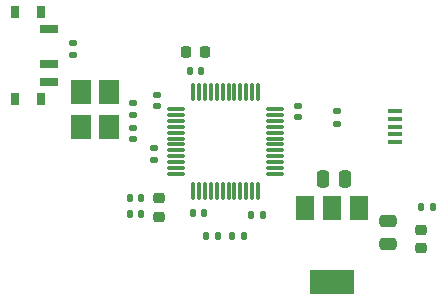
<source format=gbr>
%TF.GenerationSoftware,KiCad,Pcbnew,(6.0.7-1)-1*%
%TF.CreationDate,2022-10-05T21:39:38-05:00*%
%TF.ProjectId,KiCad,4b694361-642e-46b6-9963-61645f706362,rev?*%
%TF.SameCoordinates,Original*%
%TF.FileFunction,Paste,Top*%
%TF.FilePolarity,Positive*%
%FSLAX46Y46*%
G04 Gerber Fmt 4.6, Leading zero omitted, Abs format (unit mm)*
G04 Created by KiCad (PCBNEW (6.0.7-1)-1) date 2022-10-05 21:39:38*
%MOMM*%
%LPD*%
G01*
G04 APERTURE LIST*
G04 Aperture macros list*
%AMRoundRect*
0 Rectangle with rounded corners*
0 $1 Rounding radius*
0 $2 $3 $4 $5 $6 $7 $8 $9 X,Y pos of 4 corners*
0 Add a 4 corners polygon primitive as box body*
4,1,4,$2,$3,$4,$5,$6,$7,$8,$9,$2,$3,0*
0 Add four circle primitives for the rounded corners*
1,1,$1+$1,$2,$3*
1,1,$1+$1,$4,$5*
1,1,$1+$1,$6,$7*
1,1,$1+$1,$8,$9*
0 Add four rect primitives between the rounded corners*
20,1,$1+$1,$2,$3,$4,$5,0*
20,1,$1+$1,$4,$5,$6,$7,0*
20,1,$1+$1,$6,$7,$8,$9,0*
20,1,$1+$1,$8,$9,$2,$3,0*%
G04 Aperture macros list end*
%ADD10R,1.500000X2.000000*%
%ADD11R,3.800000X2.000000*%
%ADD12R,1.500000X0.700000*%
%ADD13R,0.800000X1.000000*%
%ADD14R,1.800000X2.100000*%
%ADD15RoundRect,0.075000X-0.662500X-0.075000X0.662500X-0.075000X0.662500X0.075000X-0.662500X0.075000X0*%
%ADD16RoundRect,0.075000X-0.075000X-0.662500X0.075000X-0.662500X0.075000X0.662500X-0.075000X0.662500X0*%
%ADD17RoundRect,0.135000X0.185000X-0.135000X0.185000X0.135000X-0.185000X0.135000X-0.185000X-0.135000X0*%
%ADD18RoundRect,0.135000X-0.135000X-0.185000X0.135000X-0.185000X0.135000X0.185000X-0.135000X0.185000X0*%
%ADD19RoundRect,0.135000X0.135000X0.185000X-0.135000X0.185000X-0.135000X-0.185000X0.135000X-0.185000X0*%
%ADD20R,1.300000X0.450000*%
%ADD21RoundRect,0.218750X-0.256250X0.218750X-0.256250X-0.218750X0.256250X-0.218750X0.256250X0.218750X0*%
%ADD22RoundRect,0.140000X0.140000X0.170000X-0.140000X0.170000X-0.140000X-0.170000X0.140000X-0.170000X0*%
%ADD23RoundRect,0.140000X0.170000X-0.140000X0.170000X0.140000X-0.170000X0.140000X-0.170000X-0.140000X0*%
%ADD24RoundRect,0.140000X-0.140000X-0.170000X0.140000X-0.170000X0.140000X0.170000X-0.140000X0.170000X0*%
%ADD25RoundRect,0.140000X-0.170000X0.140000X-0.170000X-0.140000X0.170000X-0.140000X0.170000X0.140000X0*%
%ADD26RoundRect,0.225000X-0.225000X-0.250000X0.225000X-0.250000X0.225000X0.250000X-0.225000X0.250000X0*%
%ADD27RoundRect,0.250000X0.475000X-0.250000X0.475000X0.250000X-0.475000X0.250000X-0.475000X-0.250000X0*%
%ADD28RoundRect,0.250000X-0.250000X-0.475000X0.250000X-0.475000X0.250000X0.475000X-0.250000X0.475000X0*%
G04 APERTURE END LIST*
D10*
%TO.C,U1*%
X136300000Y-95000000D03*
D11*
X134000000Y-101300000D03*
D10*
X134000000Y-95000000D03*
X131700000Y-95000000D03*
%TD*%
D12*
%TO.C,SW1*%
X110032800Y-84378800D03*
X110032800Y-82878800D03*
X110032800Y-79878800D03*
D13*
X109382800Y-78478800D03*
X107172800Y-85778800D03*
X107172800Y-78478800D03*
X109382800Y-85778800D03*
%TD*%
D14*
%TO.C,Y1*%
X115062000Y-85238000D03*
X115062000Y-88138000D03*
X112762000Y-88138000D03*
X112762000Y-85238000D03*
%TD*%
D15*
%TO.C,U2*%
X120805500Y-86658000D03*
X120805500Y-87158000D03*
X120805500Y-87658000D03*
X120805500Y-88158000D03*
X120805500Y-88658000D03*
X120805500Y-89158000D03*
X120805500Y-89658000D03*
X120805500Y-90158000D03*
X120805500Y-90658000D03*
X120805500Y-91158000D03*
X120805500Y-91658000D03*
X120805500Y-92158000D03*
D16*
X122218000Y-93570500D03*
X122718000Y-93570500D03*
X123218000Y-93570500D03*
X123718000Y-93570500D03*
X124218000Y-93570500D03*
X124718000Y-93570500D03*
X125218000Y-93570500D03*
X125718000Y-93570500D03*
X126218000Y-93570500D03*
X126718000Y-93570500D03*
X127218000Y-93570500D03*
X127718000Y-93570500D03*
D15*
X129130500Y-92158000D03*
X129130500Y-91658000D03*
X129130500Y-91158000D03*
X129130500Y-90658000D03*
X129130500Y-90158000D03*
X129130500Y-89658000D03*
X129130500Y-89158000D03*
X129130500Y-88658000D03*
X129130500Y-88158000D03*
X129130500Y-87658000D03*
X129130500Y-87158000D03*
X129130500Y-86658000D03*
D16*
X127718000Y-85245500D03*
X127218000Y-85245500D03*
X126718000Y-85245500D03*
X126218000Y-85245500D03*
X125718000Y-85245500D03*
X125218000Y-85245500D03*
X124718000Y-85245500D03*
X124218000Y-85245500D03*
X123718000Y-85245500D03*
X123218000Y-85245500D03*
X122718000Y-85245500D03*
X122218000Y-85245500D03*
%TD*%
D17*
%TO.C,R5*%
X134366000Y-87884000D03*
X134366000Y-86864000D03*
%TD*%
%TO.C,R4*%
X112014000Y-82046000D03*
X112014000Y-81026000D03*
%TD*%
D18*
%TO.C,R3*%
X125499400Y-97409000D03*
X126519400Y-97409000D03*
%TD*%
D19*
%TO.C,R2*%
X124333000Y-97409000D03*
X123313000Y-97409000D03*
%TD*%
D18*
%TO.C,R1*%
X141526800Y-94945200D03*
X142546800Y-94945200D03*
%TD*%
D20*
%TO.C,J4*%
X139331000Y-89438000D03*
X139331000Y-88788000D03*
X139331000Y-88138000D03*
X139331000Y-87488000D03*
X139331000Y-86838000D03*
%TD*%
D21*
%TO.C,FB1*%
X119352000Y-94208500D03*
X119352000Y-95783500D03*
%TD*%
%TO.C,D1*%
X141500000Y-98437500D03*
X141500000Y-96862500D03*
%TD*%
D22*
%TO.C,C13*%
X116868000Y-95504000D03*
X117828000Y-95504000D03*
%TD*%
%TO.C,C12*%
X116840000Y-94183200D03*
X117800000Y-94183200D03*
%TD*%
D23*
%TO.C,C11*%
X118872000Y-90932000D03*
X118872000Y-89972000D03*
%TD*%
D24*
%TO.C,C10*%
X121940000Y-83400000D03*
X122900000Y-83400000D03*
%TD*%
D23*
%TO.C,C9*%
X117094000Y-89182000D03*
X117094000Y-88222000D03*
%TD*%
%TO.C,C8*%
X119126000Y-86431000D03*
X119126000Y-85471000D03*
%TD*%
D25*
%TO.C,C7*%
X131064000Y-86388000D03*
X131064000Y-87348000D03*
%TD*%
D22*
%TO.C,C6*%
X128115000Y-95631000D03*
X127155000Y-95631000D03*
%TD*%
D23*
%TO.C,C5*%
X117094000Y-86162000D03*
X117094000Y-87122000D03*
%TD*%
D24*
%TO.C,C4*%
X123134000Y-95500000D03*
X122174000Y-95500000D03*
%TD*%
D26*
%TO.C,C3*%
X123203000Y-81788000D03*
X121653000Y-81788000D03*
%TD*%
D27*
%TO.C,C2*%
X138684000Y-96144000D03*
X138684000Y-98044000D03*
%TD*%
D28*
%TO.C,C1*%
X133200000Y-92600000D03*
X135100000Y-92600000D03*
%TD*%
M02*

</source>
